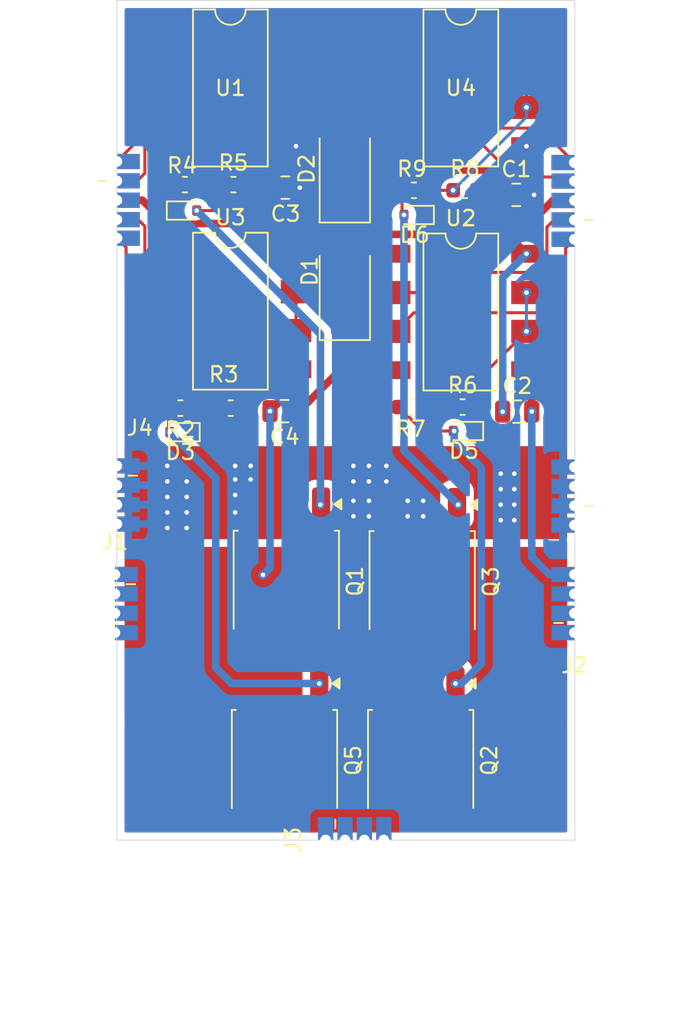
<source format=kicad_pcb>
(kicad_pcb (version 20241229) (generator "pcbnew") (generator_version "9.0")
  (layers (0 "F.Cu" signal) (2 "B.Cu" signal) (13 "F.Paste" user) (15 "B.Paste" user) (5 "F.SilkS" user "F.Silkscreen") (7 "B.SilkS" user "B.Silkscreen") (1 "F.Mask" user) (3 "B.Mask" user) (25 "Edge.Cuts" user))
  (net 0 "")
  (net 1 "Net-(D2-K)")
  (net 2 "Net-(D5-A)")
  (net 3 "Net-(D5-K)")
  (net 8 "GND")
  (net 9 "VCC")
  (net 10 "Net-(D1-K)")
  (net 11 "Net-(D3-A)")
  (net 12 "Net-(D3-K)")
  (net 13 "Net-(D4-A)")
  (net 14 "Net-(D4-K)")
  (net 15 "VBUS")
  (net 16 "Net-(J5-Pin_4)")
  (net 17 "Net-(J5-Pin_2)")
  (net 18 "Net-(R2-Pad1)")
  (net 19 "Net-(R4-Pad1)")
  (net 21 "Net-(D6-A)")
  (net 25 "Net-(D6-K)")
  (net 26 "Net-(R6-Pad1)")
  (net 27 "Net-(R8-Pad1)")
  (net 28 "Net-(J5-Pin_5)")
  (net 29 "Net-(J7-Pin_5)")
  (net 30 "Net-(J7-Pin_4)")
  (net 31 "Net-(J7-Pin_2)")
  (net 32 "/Lado B")
  (net 33 "/Lado A")
  (net 34 "Net-(J7-Pin_1)")
  (net 35 "Net-(J5-Pin_1)")
  (footprint "Connector_PinSocket_1.27mm:PinSocket_1x04_P1.27mm_Castellated" (layer "F.Cu") (at 115.7 71.889)
    (property "Reference" "J4" (at 1.5 -2.489 0) (layer "F.SilkS"))
    (property "Value" "Conn_01x04_Socket")
    (fp_line (start 0.76 0.635) (end 1.33 0.635) (stroke (width 0.12)) (layer "F.SilkS"))
    (pad "1" thru_hole rect (at 0 0) (size 1.5 1) (drill 0.7 (offset 0.75 0)) (property pad_prop_castellated) (layers "*.Cu" "*.Mask") (net 8 "GND"))
    (pad "2" thru_hole rect (at 0 1.27) (size 1.5 1) (drill 0.7 (offset 0.75 0)) (property pad_prop_castellated) (layers "*.Cu" "*.Mask") (net 8 "GND"))
    (pad "3" thru_hole rect (at 0 2.54) (size 1.5 1) (drill 0.7 (offset 0.75 0)) (property pad_prop_castellated) (layers "*.Cu" "*.Mask") (net 8 "GND"))
    (pad "4" thru_hole rect (at 0 3.81) (size 1.5 1) (drill 0.7 (offset 0.75 0)) (property pad_prop_castellated) (layers "*.Cu" "*.Mask") (net 8 "GND"))
  )
  (footprint "Package_DIP:PowerIntegrations_SMD-8" (layer "F.Cu") (at 138.2316 47.138)
    (property "Reference" "U4" (at 0 0 0) (layer "F.SilkS"))
    (property "Value" "HCPL-3120")
    (fp_line (start -2.45 -5.14) (end -2.45 5.14) (stroke (width 0.12)) (layer "F.SilkS"))
    (fp_line (start -2.45 5.14) (end 2.45 5.14) (stroke (width 0.12)) (layer "F.SilkS"))
    (fp_line (start -1 -5.14) (end -2.45 -5.14) (stroke (width 0.12)) (layer "F.SilkS"))
    (fp_line (start 2.45 -5.14) (end 1 -5.14) (stroke (width 0.12)) (layer "F.SilkS"))
    (fp_line (start 2.45 5.14) (end 2.45 -5.14) (stroke (width 0.12)) (layer "F.SilkS"))
    (fp_arc (start 1 -5.14) (mid 0 -4.14) (end -1 -5.14) (stroke (width 0.12)) (layer "F.SilkS"))
    (pad "1" smd rect (at -4.3 -3.81) (size 2 1.17) (layers "F.Cu" "F.Mask" "F.Paste"))
    (pad "2" smd rect (at -4.3 -1.27) (size 2 1.52) (layers "F.Cu" "F.Mask" "F.Paste") (net 28 "Net-(J5-Pin_5)"))
    (pad "3" smd rect (at -4.3 1.27) (size 2 1.52) (layers "F.Cu" "F.Mask" "F.Paste") (net 16 "Net-(J5-Pin_4)"))
    (pad "4" smd rect (at -4.3 3.81) (size 2 1.17) (layers "F.Cu" "F.Mask" "F.Paste"))
    (pad "5" smd rect (at 4.3 3.81) (size 2 1.17) (layers "F.Cu" "F.Mask" "F.Paste") (net 8 "GND"))
    (pad "6" smd rect (at 4.3 1.27) (size 2 1.52) (layers "F.Cu" "F.Mask" "F.Paste") (net 27 "Net-(R8-Pad1)"))
    (pad "7" smd rect (at 4.3 -1.27) (size 2 1.52) (layers "F.Cu" "F.Mask" "F.Paste") (net 27 "Net-(R8-Pad1)"))
    (pad "8" smd rect (at 4.3 -3.81) (size 2 1.17) (layers "F.Cu" "F.Mask" "F.Paste") (net 9 "VCC"))
  )
  (footprint "Capacitor_SMD:C_0603_1608Metric" (layer "F.Cu") (at 135.1566 53.838 180)
    (property "Reference" "R9" (at 0.125 1.4 0) (layer "F.SilkS"))
    (property "Value" "R_US")
    (fp_line (start -0.14058 0.51) (end 0.14058 0.51) (stroke (width 0.12)) (layer "F.SilkS"))
    (fp_line (start -0.14058 -0.51) (end 0.14058 -0.51) (stroke (width 0.12)) (layer "F.SilkS"))
    (pad "1" smd roundrect (at -0.775 0 180) (size 0.9 0.95) (layers "F.Cu" "F.Mask" "F.Paste") (net 27 "Net-(R8-Pad1)"))
    (pad "2" smd roundrect (at 0.775 0 180) (size 0.9 0.95) (layers "F.Cu" "F.Mask" "F.Paste") (net 21 "Net-(D6-A)"))
  )
  (footprint "Capacitor_SMD:C_0603_1608Metric" (layer "F.Cu") (at 119.8566 68.1044 180)
    (property "Reference" "R2" (at 0 -1.43 0) (layer "F.SilkS"))
    (property "Value" "R_US")
    (fp_line (start -0.14058 0.51) (end 0.14058 0.51) (stroke (width 0.12)) (layer "F.SilkS"))
    (fp_line (start -0.14058 -0.51) (end 0.14058 -0.51) (stroke (width 0.12)) (layer "F.SilkS"))
    (pad "1" smd roundrect (at -0.775 0 180) (size 0.9 0.95) (layers "F.Cu" "F.Mask" "F.Paste") (net 18 "Net-(R2-Pad1)"))
    (pad "2" smd roundrect (at 0.775 0 180) (size 0.9 0.95) (layers "F.Cu" "F.Mask" "F.Paste") (net 11 "Net-(D3-A)"))
  )
  (footprint "Capacitor_SMD:C_0805_2012Metric" (layer "F.Cu") (at 141.862 54.138)
    (property "Reference" "C1" (at 0 -1.68 0) (layer "F.SilkS"))
    (property "Value" "C")
    (fp_line (start -0.261252 -0.735) (end 0.261252 -0.735) (stroke (width 0.12)) (layer "F.SilkS"))
    (fp_line (start -0.261252 0.735) (end 0.261252 0.735) (stroke (width 0.12)) (layer "F.SilkS"))
    (pad "1" smd roundrect (at -0.95 0) (size 1 1.45) (layers "F.Cu" "F.Mask" "F.Paste") (net 9 "VCC"))
    (pad "2" smd roundrect (at 0.95 0) (size 1 1.45) (layers "F.Cu" "F.Mask" "F.Paste") (net 8 "GND"))
  )
  (footprint "Capacitor_SMD:C_0603_1608Metric" (layer "F.Cu") (at 123.3316 53.4655)
    (property "Reference" "R5" (at 0 -1.43 0) (layer "F.SilkS"))
    (property "Value" "R_US")
    (fp_line (start -0.14058 -0.51) (end 0.14058 -0.51) (stroke (width 0.12)) (layer "F.SilkS"))
    (fp_line (start -0.14058 0.51) (end 0.14058 0.51) (stroke (width 0.12)) (layer "F.SilkS"))
    (pad "1" smd roundrect (at -0.775 0) (size 0.9 0.95) (layers "F.Cu" "F.Mask" "F.Paste") (net 19 "Net-(R4-Pad1)"))
    (pad "2" smd roundrect (at 0.775 0) (size 0.9 0.95) (layers "F.Cu" "F.Mask" "F.Paste") (net 13 "Net-(D4-A)"))
  )
  (footprint "Diode_SMD:D_SMA" (layer "F.Cu") (at 130.6316 60.138 90)
    (property "Reference" "D1" (at 1 -2.3 90) (layer "F.SilkS"))
    (property "Value" "US1A")
    (fp_line (start -3.51 -1.65) (end 2 -1.65) (stroke (width 0.12)) (layer "F.SilkS"))
    (fp_line (start -3.51 -1.65) (end -3.51 1.65) (stroke (width 0.12)) (layer "F.SilkS"))
    (fp_line (start -3.51 1.65) (end 2 1.65) (stroke (width 0.12)) (layer "F.SilkS"))
    (pad "1" smd roundrect (at -2 0 90) (size 2.5 1.8) (layers "F.Cu" "F.Mask" "F.Paste") (roundrect_rratio 0.1388888889) (net 10 "Net-(D1-K)"))
    (pad "2" smd roundrect (at 2 0 90) (size 2.5 1.8) (layers "F.Cu" "F.Mask" "F.Paste") (roundrect_rratio 0.1388888889) (net 9 "VCC"))
  )
  (footprint "Diode_SMD:D_SOD-523" (layer "F.Cu") (at 120.2316 55.1655)
    (property "Reference" "D4" (hide yes))
    (property "Value" "1N4148WT")
    (fp_line (start -1.26 -0.6) (end -1.26 0.6) (stroke (width 0.12)) (layer "F.SilkS"))
    (fp_line (start 0.7 -0.6) (end -1.26 -0.6) (stroke (width 0.12)) (layer "F.SilkS"))
    (fp_line (start 0.7 0.6) (end -1.26 0.6) (stroke (width 0.12)) (layer "F.SilkS"))
    (pad "1" smd roundrect (at -0.7 0 180) (size 0.6 0.7) (layers "F.Cu" "F.Mask" "F.Paste") (net 14 "Net-(D4-K)"))
    (pad "2" smd roundrect (at 0.7 0 180) (size 0.6 0.7) (layers "F.Cu" "F.Mask" "F.Paste") (net 13 "Net-(D4-A)"))
  )
  (footprint "Conectores Wally-1:Conector castellado_5pines" (layer "F.Cu") (at 115.8375 53.6725 180)
    (property "Reference" "J7" (hide yes))
    (property "Value" "Conn_01x05_Socket")
    (fp_line (start 0.8075 0.4525) (end 1.3775 0.4525) (stroke (width 0.12)) (layer "F.SilkS"))
    (pad "1" thru_hole rect (at 0.1375 1.7225) (size 1.5 1) (drill 0.7 (offset 0.75 0)) (property pad_prop_castellated) (layers "*.Cu" "*.Mask") (net 34 "Net-(J7-Pin_1)"))
    (pad "2" thru_hole rect (at 0.1375 0.4525) (size 1.5 1) (drill 0.7 (offset 0.75 0)) (property pad_prop_castellated) (layers "*.Cu" "*.Mask") (net 31 "Net-(J7-Pin_2)"))
    (pad "3" thru_hole rect (at 0.1375 -0.8175) (size 1.5 1) (drill 0.7 (offset 0.75 0)) (property pad_prop_castellated) (layers "*.Cu" "*.Mask") (net 9 "VCC"))
    (pad "4" thru_hole rect (at 0.1375 -2.0875) (size 1.5 1) (drill 0.7 (offset 0.75 0)) (property pad_prop_castellated) (layers "*.Cu" "*.Mask") (net 30 "Net-(J7-Pin_4)"))
    (pad "5" thru_hole rect (at 0.127 -3.302) (size 1.5 1) (drill 0.7 (offset 0.75 0)) (property pad_prop_castellated) (layers "*.Cu" "*.Mask") (net 29 "Net-(J7-Pin_5)"))
  )
  (footprint "Capacitor_SMD:C_0603_1608Metric" (layer "F.Cu") (at 123.1566 68.1044)
    (property "Reference" "R3" (at -0.4566 -2.2044 0) (layer "F.SilkS"))
    (property "Value" "R_US")
    (fp_line (start -0.14058 -0.51) (end 0.14058 -0.51) (stroke (width 0.12)) (layer "F.SilkS"))
    (fp_line (start -0.14058 0.51) (end 0.14058 0.51) (stroke (width 0.12)) (layer "F.SilkS"))
    (pad "1" smd roundrect (at -0.775 0) (size 0.9 0.95) (layers "F.Cu" "F.Mask" "F.Paste") (net 18 "Net-(R2-Pad1)"))
    (pad "2" smd roundrect (at 0.775 0) (size 0.9 0.95) (layers "F.Cu" "F.Mask" "F.Paste") (net 12 "Net-(D3-K)"))
  )
  (footprint "Package_TO_SOT_SMD:TO-252-2" (layer "F.Cu") (at 126.8 79.44 -90)
    (property "Reference" "Q1" (at 0 -4.5 90) (layer "F.SilkS"))
    (property "Value" "QM6006D")
    (fp_line (start -3.31 3.45) (end -3.31 3.18) (stroke (width 0.12)) (layer "F.SilkS"))
    (fp_line (start 3.11 3.45) (end -3.31 3.45) (stroke (width 0.12)) (layer "F.SilkS"))
    (fp_line (start -3.31 -3.45) (end -3.31 -3.18) (stroke (width 0.12)) (layer "F.SilkS"))
    (fp_line (start 3.11 -3.45) (end -3.31 -3.45) (stroke (width 0.12)) (layer "F.SilkS"))
    (fp_poly (pts (xy -5.04 -3.14) (xy -5.38 -3.61) (xy -4.7 -3.61) (xy -5.04 -3.14)) (stroke (width 0.12)) (fill yes) (layer "F.SilkS"))
    (pad "1" smd roundrect (at -5.04 -2.28 270) (size 2.2 1.2) (layers "F.Cu" "F.Mask" "F.Paste") (roundrect_rratio 0.208333) (net 13 "Net-(D4-A)"))
    (pad "2" smd roundrect (at -0.415 -1.525 270) (size 3.05 2.75) (layers "F.Cu" "F.Paste") (roundrect_rratio 0.090909) (net 33 "/Lado A"))
    (pad "2" smd roundrect (at -0.415 1.525 270) (size 3.05 2.75) (layers "F.Cu" "F.Paste") (roundrect_rratio 0.090909) (net 33 "/Lado A"))
    (pad "2" smd roundrect (at 1.26 0 270) (size 6.4 5.8) (layers "F.Cu" "F.Mask") (roundrect_rratio 0.043103) (net 33 "/Lado A"))
    (pad "2" smd roundrect (at 2.935 -1.525 270) (size 3.05 2.75) (layers "F.Cu" "F.Paste") (roundrect_rratio 0.090909) (net 33 "/Lado A"))
    (pad "2" smd roundrect (at 2.935 1.525 270) (size 3.05 2.75) (layers "F.Cu" "F.Paste") (roundrect_rratio 0.090909) (net 33 "/Lado A"))
    (pad "3" smd roundrect (at -5.04 2.28 270) (size 2.2 1.2) (layers "F.Cu" "F.Mask" "F.Paste") (roundrect_rratio 0.208333) (net 8 "GND"))
  )
  (footprint "Connector_PinSocket_1.27mm:PinSocket_1x04_P1.27mm_Castellated" (layer "F.Cu") (at 115.573 79.001)
    (property "Reference" "J1" (at 0 -2.135 0) (layer "F.SilkS"))
    (property "Value" "Conn_01x04_Socket")
    (fp_line (start 0.76 0.635) (end 1.33 0.635) (stroke (width 0.12)) (layer "F.SilkS"))
    (pad "1" thru_hole rect (at 0 0) (size 1.5 1) (drill 0.7 (offset 0.75 0)) (property pad_prop_castellated) (layers "*.Cu" "*.Mask") (net 33 "/Lado A"))
    (pad "2" thru_hole rect (at 0 1.27) (size 1.5 1) (drill 0.7 (offset 0.75 0)) (property pad_prop_castellated) (layers "*.Cu" "*.Mask") (net 33 "/Lado A"))
    (pad "3" thru_hole rect (at 0 2.54) (size 1.5 1) (drill 0.7 (offset 0.75 0)) (property pad_prop_castellated) (layers "*.Cu" "*.Mask") (net 33 "/Lado A"))
    (pad "4" thru_hole rect (at 0 3.81) (size 1.5 1) (drill 0.7 (offset 0.75 0)) (property pad_prop_castellated) (layers "*.Cu" "*.Mask") (net 33 "/Lado A"))
  )
  (footprint "Package_DIP:PowerIntegrations_SMD-8" (layer "F.Cu") (at 123.1348 47.138)
    (property "Reference" "U1" (at 0 0 0) (layer "F.SilkS"))
    (property "Value" "HCPL-3120")
    (fp_line (start -2.45 -5.14) (end -2.45 5.14) (stroke (width 0.12)) (layer "F.SilkS"))
    (fp_line (start -2.45 5.14) (end 2.45 5.14) (stroke (width 0.12)) (layer "F.SilkS"))
    (fp_line (start -1 -5.14) (end -2.45 -5.14) (stroke (width 0.12)) (layer "F.SilkS"))
    (fp_line (start 2.45 -5.14) (end 1 -5.14) (stroke (width 0.12)) (layer "F.SilkS"))
    (fp_line (start 2.45 5.14) (end 2.45 -5.14) (stroke (width 0.12)) (layer "F.SilkS"))
    (fp_arc (start 1 -5.14) (mid 0 -4.14) (end -1 -5.14) (stroke (width 0.12)) (layer "F.SilkS"))
    (pad "1" smd rect (at -4.3 -3.81) (size 2 1.17) (layers "F.Cu" "F.Mask" "F.Paste"))
    (pad "2" smd rect (at -4.3 -1.27) (size 2 1.52) (layers "F.Cu" "F.Mask" "F.Paste") (net 34 "Net-(J7-Pin_1)"))
    (pad "3" smd rect (at -4.3 1.27) (size 2 1.52) (layers "F.Cu" "F.Mask" "F.Paste") (net 31 "Net-(J7-Pin_2)"))
    (pad "4" smd rect (at -4.3 3.81) (size 2 1.17) (layers "F.Cu" "F.Mask" "F.Paste"))
    (pad "5" smd rect (at 4.3 3.81) (size 2 1.17) (layers "F.Cu" "F.Mask" "F.Paste") (net 8 "GND"))
    (pad "6" smd rect (at 4.3 1.27) (size 2 1.52) (layers "F.Cu" "F.Mask" "F.Paste") (net 19 "Net-(R4-Pad1)"))
    (pad "7" smd rect (at 4.3 -1.27) (size 2 1.52) (layers "F.Cu" "F.Mask" "F.Paste") (net 19 "Net-(R4-Pad1)"))
    (pad "8" smd rect (at 4.3 -3.81) (size 2 1.17) (layers "F.Cu" "F.Mask" "F.Paste") (net 9 "VCC"))
  )
  (footprint "Connector_PinSocket_1.27mm:PinSocket_1x04_P1.27mm_Castellated" (layer "F.Cu") (at 145.672 82.811 180)
    (property "Reference" "J2" (at 0 -2.135 0) (layer "F.SilkS"))
    (property "Value" "Conn_01x04_Socket")
    (fp_line (start 0.76 0.635) (end 1.33 0.635) (stroke (width 0.12)) (layer "F.SilkS"))
    (pad "1" thru_hole rect (at 0 0 180) (size 1.5 1) (drill 0.7 (offset 0.75 0)) (property pad_prop_castellated) (layers "*.Cu" "*.Mask") (net 32 "/Lado B"))
    (pad "2" thru_hole rect (at 0 1.27 180) (size 1.5 1) (drill 0.7 (offset 0.75 0)) (property pad_prop_castellated) (layers "*.Cu" "*.Mask") (net 32 "/Lado B"))
    (pad "3" thru_hole rect (at 0 2.54 180) (size 1.5 1) (drill 0.7 (offset 0.75 0)) (property pad_prop_castellated) (layers "*.Cu" "*.Mask") (net 32 "/Lado B"))
    (pad "4" thru_hole rect (at 0 3.81 180) (size 1.5 1) (drill 0.7 (offset 0.75 0)) (property pad_prop_castellated) (layers "*.Cu" "*.Mask") (net 32 "/Lado B"))
  )
  (footprint "Capacitor_SMD:C_0603_1608Metric" (layer "F.Cu") (at 134.9496 68.033 180)
    (property "Reference" "R7" (at 0 -1.43 0) (layer "F.SilkS"))
    (property "Value" "R_US")
    (fp_line (start -0.14058 0.51) (end 0.14058 0.51) (stroke (width 0.12)) (layer "F.SilkS"))
    (fp_line (start -0.14058 -0.51) (end 0.14058 -0.51) (stroke (width 0.12)) (layer "F.SilkS"))
    (pad "1" smd roundrect (at -0.775 0 180) (size 0.9 0.95) (layers "F.Cu" "F.Mask" "F.Paste") (net 26 "Net-(R6-Pad1)"))
    (pad "2" smd roundrect (at 0.775 0 180) (size 0.9 0.95) (layers "F.Cu" "F.Mask" "F.Paste") (net 2 "Net-(D5-A)"))
  )
  (footprint "Conectores Wally-1:Conector castellado_5pines" (layer "F.Cu") (at 145.5345 55.3235)
    (property "Reference" "J5" (hide yes))
    (property "Value" "Conn_01x05_Socket")
    (fp_line (start 0.8075 0.4525) (end 1.3775 0.4525) (stroke (width 0.12)) (layer "F.SilkS"))
    (pad "1" thru_hole rect (at 0.1375 1.7225 180) (size 1.5 1) (drill 0.7 (offset 0.75 0)) (property pad_prop_castellated) (layers "*.Cu" "*.Mask") (net 35 "Net-(J5-Pin_1)"))
    (pad "2" thru_hole rect (at 0.1375 0.4525 180) (size 1.5 1) (drill 0.7 (offset 0.75 0)) (property pad_prop_castellated) (layers "*.Cu" "*.Mask") (net 17 "Net-(J5-Pin_2)"))
    (pad "3" thru_hole rect (at 0.1375 -0.8175 180) (size 1.5 1) (drill 0.7 (offset 0.75 0)) (property pad_prop_castellated) (layers "*.Cu" "*.Mask") (net 9 "VCC"))
    (pad "4" thru_hole rect (at 0.1375 -2.0875 180) (size 1.5 1) (drill 0.7 (offset 0.75 0)) (property pad_prop_castellated) (layers "*.Cu" "*.Mask") (net 16 "Net-(J5-Pin_4)"))
    (pad "5" thru_hole rect (at 0.127 -3.302 180) (size 1.5 1) (drill 0.7 (offset 0.75 0)) (property pad_prop_castellated) (layers "*.Cu" "*.Mask") (net 28 "Net-(J5-Pin_5)"))
  )
  (footprint "Capacitor_SMD:C_0805_2012Metric" (layer "F.Cu") (at 126.6816 68.3044 180)
    (property "Reference" "C4" (at 0 -1.68 0) (layer "F.SilkS"))
    (property "Value" "C")
    (fp_line (start -0.261252 0.735) (end 0.261252 0.735) (stroke (width 0.12)) (layer "F.SilkS"))
    (fp_line (start -0.261252 -0.735) (end 0.261252 -0.735) (stroke (width 0.12)) (layer "F.SilkS"))
    (pad "1" smd roundrect (at -0.95 0 180) (size 1 1.45) (layers "F.Cu" "F.Mask" "F.Paste") (net 10 "Net-(D1-K)"))
    (pad "2" smd roundrect (at 0.95 0 180) (size 1 1.45) (layers "F.Cu" "F.Mask" "F.Paste") (net 33 "/Lado A"))
  )
  (footprint "Capacitor_SMD:C_0805_2012Metric" (layer "F.Cu") (at 141.9246 68.333)
    (property "Reference" "C2" (at 0 -1.68 0) (layer "F.SilkS"))
    (property "Value" "C")
    (fp_line (start -0.261252 -0.735) (end 0.261252 -0.735) (stroke (width 0.12)) (layer "F.SilkS"))
    (fp_line (start -0.261252 0.735) (end 0.261252 0.735) (stroke (width 0.12)) (layer "F.SilkS"))
    (pad "1" smd roundrect (at -0.95 0) (size 1 1.45) (layers "F.Cu" "F.Mask" "F.Paste") (net 1 "Net-(D2-K)"))
    (pad "2" smd roundrect (at 0.95 0) (size 1 1.45) (layers "F.Cu" "F.Mask" "F.Paste") (net 32 "/Lado B"))
  )
  (footprint "Conectores Wally-1:Conector castellado" (layer "F.Cu") (at 145.5345 74.048)
    (property "Reference" "J6" (hide yes))
    (property "Value" "Conn_01x04_Socket")
    (fp_line (start 0.8075 0.4525) (end 1.3775 0.4525) (stroke (width 0.12)) (layer "F.SilkS"))
    (pad "1" thru_hole rect (at 0.1375 1.7225 180) (size 1.5 1) (drill 0.7 (offset 0.75 0)) (property pad_prop_castellated) (layers "*.Cu" "*.Mask") (net 8 "GND"))
    (pad "2" thru_hole rect (at 0.1375 0.4525 180) (size 1.5 1) (drill 0.7 (offset 0.75 0)) (property pad_prop_castellated) (layers "*.Cu" "*.Mask") (net 8 "GND"))
    (pad "3" thru_hole rect (at 0.1375 -0.8175 180) (size 1.5 1) (drill 0.7 (offset 0.75 0)) (property pad_prop_castellated) (layers "*.Cu" "*.Mask") (net 8 "GND"))
    (pad "4" thru_hole rect (at 0.1375 -2.0875 180) (size 1.5 1) (drill 0.7 (offset 0.75 0)) (property pad_prop_castellated) (layers "*.Cu" "*.Mask") (net 8 "GND"))
  )
  (footprint "Diode_SMD:D_SMA" (layer "F.Cu") (at 130.6316 52.438 90)
    (property "Reference" "D2" (at 0 -2.5 90) (layer "F.SilkS"))
    (property "Value" "US1A")
    (fp_line (start -3.51 -1.65) (end 2 -1.65) (stroke (width 0.12)) (layer "F.SilkS"))
    (fp_line (start -3.51 -1.65) (end -3.51 1.65) (stroke (width 0.12)) (layer "F.SilkS"))
    (fp_line (start -3.51 1.65) (end 2 1.65) (stroke (width 0.12)) (layer "F.SilkS"))
    (pad "1" smd roundrect (at -2 0 90) (size 2.5 1.8) (layers "F.Cu" "F.Mask" "F.Paste") (roundrect_rratio 0.1388888889) (net 1 "Net-(D2-K)"))
    (pad "2" smd roundrect (at 2 0 90) (size 2.5 1.8) (layers "F.Cu" "F.Mask" "F.Paste") (roundrect_rratio 0.1388888889) (net 9 "VCC"))
  )
  (footprint "Connector_PinSocket_1.27mm:PinSocket_1x04_P1.27mm_Castellated" (layer "F.Cu") (at 129.375 96.389 90)
    (property "Reference" "J3" (at 0 -2.135 90) (layer "F.SilkS"))
    (property "Value" "Conn_01x04_Socket")
    (fp_line (start 0.76 0.635) (end 1.33 0.635) (stroke (width 0.12)) (layer "F.SilkS"))
    (pad "1" thru_hole rect (at 0 0 90) (size 1.5 1) (drill 0.7 (offset 0.75 0)) (property pad_prop_castellated) (layers "*.Cu" "*.Mask") (net 15 "VBUS"))
    (pad "2" thru_hole rect (at 0 1.27 90) (size 1.5 1) (drill 0.7 (offset 0.75 0)) (property pad_prop_castellated) (layers "*.Cu" "*.Mask") (net 15 "VBUS"))
    (pad "3" thru_hole rect (at 0 2.54 90) (size 1.5 1) (drill 0.7 (offset 0.75 0)) (property pad_prop_castellated) (layers "*.Cu" "*.Mask") (net 15 "VBUS"))
    (pad "4" thru_hole rect (at 0 3.81 90) (size 1.5 1) (drill 0.7 (offset 0.75 0)) (property pad_prop_castellated) (layers "*.Cu" "*.Mask") (net 15 "VBUS"))
  )
  (footprint "Package_TO_SOT_SMD:TO-252-2" (layer "F.Cu") (at 135.6 91.179 -90)
    (property "Reference" "Q2" (at 0 -4.5 90) (layer "F.SilkS"))
    (property "Value" "QM6006D")
    (fp_line (start -3.31 3.45) (end -3.31 3.18) (stroke (width 0.12)) (layer "F.SilkS"))
    (fp_line (start 3.11 3.45) (end -3.31 3.45) (stroke (width 0.12)) (layer "F.SilkS"))
    (fp_line (start -3.31 -3.45) (end -3.31 -3.18) (stroke (width 0.12)) (layer "F.SilkS"))
    (fp_line (start 3.11 -3.45) (end -3.31 -3.45) (stroke (width 0.12)) (layer "F.SilkS"))
    (fp_poly (pts (xy -5.04 -3.14) (xy -5.38 -3.61) (xy -4.7 -3.61) (xy -5.04 -3.14)) (stroke (width 0.12)) (fill yes) (layer "F.SilkS"))
    (pad "1" smd roundrect (at -5.04 -2.28 270) (size 2.2 1.2) (layers "F.Cu" "F.Mask" "F.Paste") (roundrect_rratio 0.208333) (net 2 "Net-(D5-A)"))
    (pad "2" smd roundrect (at -0.415 -1.525 270) (size 3.05 2.75) (layers "F.Cu" "F.Paste") (roundrect_rratio 0.090909) (net 15 "VBUS"))
    (pad "2" smd roundrect (at -0.415 1.525 270) (size 3.05 2.75) (layers "F.Cu" "F.Paste") (roundrect_rratio 0.090909) (net 15 "VBUS"))
    (pad "2" smd roundrect (at 1.26 0 270) (size 6.4 5.8) (layers "F.Cu" "F.Mask") (roundrect_rratio 0.043103) (net 15 "VBUS"))
    (pad "2" smd roundrect (at 2.935 -1.525 270) (size 3.05 2.75) (layers "F.Cu" "F.Paste") (roundrect_rratio 0.090909) (net 15 "VBUS"))
    (pad "2" smd roundrect (at 2.935 1.525 270) (size 3.05 2.75) (layers "F.Cu" "F.Paste") (roundrect_rratio 0.090909) (net 15 "VBUS"))
    (pad "3" smd roundrect (at -5.04 2.28 270) (size 2.2 1.2) (layers "F.Cu" "F.Mask" "F.Paste") (roundrect_rratio 0.208333) (net 32 "/Lado B"))
  )
  (footprint "Diode_SMD:D_SOD-523" (layer "F.Cu") (at 138.4346 69.603 180)
    (property "Reference" "D5" (at 0 -1.3 0) (layer "F.SilkS"))
    (property "Value" "1N4148WT")
    (fp_line (start 0.7 0.6) (end -1.26 0.6) (stroke (width 0.12)) (layer "F.SilkS"))
    (fp_line (start 0.7 -0.6) (end -1.26 -0.6) (stroke (width 0.12)) (layer "F.SilkS"))
    (fp_line (start -1.26 -0.6) (end -1.26 0.6) (stroke (width 0.12)) (layer "F.SilkS"))
    (pad "1" smd roundrect (at -0.7 0) (size 0.6 0.7) (layers "F.Cu" "F.Mask" "F.Paste") (net 3 "Net-(D5-K)"))
    (pad "2" smd roundrect (at 0.7 0) (size 0.6 0.7) (layers "F.Cu" "F.Mask" "F.Paste") (net 2 "Net-(D5-A)"))
  )
  (footprint "Package_DIP:PowerIntegrations_SMD-8" (layer "F.Cu") (at 138.2316 61.808)
    (property "Reference" "U2" (at 0 -6.14 0) (layer "F.SilkS"))
    (property "Value" "HCPL-3120")
    (fp_line (start -2.45 -5.14) (end -2.45 5.14) (stroke (width 0.12)) (layer "F.SilkS"))
    (fp_line (start -2.45 5.14) (end 2.45 5.14) (stroke (width 0.12)) (layer "F.SilkS"))
    (fp_line (start -1 -5.14) (end -2.45 -5.14) (stroke (width 0.12)) (layer "F.SilkS"))
    (fp_line (start 2.45 -5.14) (end 1 -5.14) (stroke (width 0.12)) (layer "F.SilkS"))
    (fp_line (start 2.45 5.14) (end 2.45 -5.14) (stroke (width 0.12)) (layer "F.SilkS"))
    (fp_arc (start 1 -5.14) (mid 0 -4.14) (end -1 -5.14) (stroke (width 0.12)) (layer "F.SilkS"))
    (pad "1" smd rect (at -4.3 -3.81) (size 2 1.17) (layers "F.Cu" "F.Mask" "F.Paste"))
    (pad "2" smd rect (at -4.3 -1.27) (size 2 1.52) (layers "F.Cu" "F.Mask" "F.Paste") (net 17 "Net-(J5-Pin_2)"))
    (pad "3" smd rect (at -4.3 1.27) (size 2 1.52) (layers "F.Cu" "F.Mask" "F.Paste") (net 35 "Net-(J5-Pin_1)"))
    (pad "4" smd rect (at -4.3 3.81) (size 2 1.17) (layers "F.Cu" "F.Mask" "F.Paste"))
    (pad "5" smd rect (at 4.3 3.81) (size 2 1.17) (layers "F.Cu" "F.Mask" "F.Paste") (net 32 "/Lado B"))
    (pad "6" smd rect (at 4.3 1.27) (size 2 1.52) (layers "F.Cu" "F.Mask" "F.Paste") (net 26 "Net-(R6-Pad1)"))
    (pad "7" smd rect (at 4.3 -1.27) (size 2 1.52) (layers "F.Cu" "F.Mask" "F.Paste") (net 26 "Net-(R6-Pad1)"))
    (pad "8" smd rect (at 4.3 -3.81) (size 2 1.17) (layers "F.Cu" "F.Mask" "F.Paste") (net 1 "Net-(D2-K)"))
  )
  (footprint "Capacitor_SMD:C_0603_1608Metric" (layer "F.Cu") (at 138.5066 53.838)
    (property "Reference" "R8" (at 0 -1.43 0) (layer "F.SilkS"))
    (property "Value" "R_US")
    (fp_line (start -0.14058 -0.51) (end 0.14058 -0.51) (stroke (width 0.12)) (layer "F.SilkS"))
    (fp_line (start -0.14058 0.51) (end 0.14058 0.51) (stroke (width 0.12)) (layer "F.SilkS"))
    (pad "1" smd roundrect (at -0.775 0) (size 0.9 0.95) (layers "F.Cu" "F.Mask" "F.Paste") (net 27 "Net-(R8-Pad1)"))
    (pad "2" smd roundrect (at 0.775 0) (size 0.9 0.95) (layers "F.Cu" "F.Mask" "F.Paste") (net 25 "Net-(D6-K)"))
  )
  (footprint "Capacitor_SMD:C_0805_2012Metric" (layer "F.Cu") (at 126.7316 53.6655)
    (property "Reference" "C3" (at 0.0174 1.7135 0) (layer "F.SilkS"))
    (property "Value" "C")
    (fp_line (start -0.261252 -0.735) (end 0.261252 -0.735) (stroke (width 0.12)) (layer "F.SilkS"))
    (fp_line (start -0.261252 0.735) (end 0.261252 0.735) (stroke (width 0.12)) (layer "F.SilkS"))
    (pad "1" smd roundrect (at -0.95 0) (size 1 1.45) (layers "F.Cu" "F.Mask" "F.Paste") (net 9 "VCC"))
    (pad "2" smd roundrect (at 0.95 0) (size 1 1.45) (layers "F.Cu" "F.Mask" "F.Paste") (net 8 "GND"))
  )
  (footprint "Diode_SMD:D_SOD-523" (layer "F.Cu") (at 135.2072 55.4552 180)
    (property "Reference" "D6" (at 0 -1.3 0) (layer "F.SilkS"))
    (property "Value" "1N4148WT")
    (fp_line (start 0.7 0.6) (end -1.26 0.6) (stroke (width 0.12)) (layer "F.SilkS"))
    (fp_line (start 0.7 -0.6) (end -1.26 -0.6) (stroke (width 0.12)) (layer "F.SilkS"))
    (fp_line (start -1.26 -0.6) (end -1.26 0.6) (stroke (width 0.12)) (layer "F.SilkS"))
    (pad "1" smd roundrect (at -0.7 0) (size 0.6 0.7) (layers "F.Cu" "F.Mask" "F.Paste") (net 25 "Net-(D6-K)"))
    (pad "2" smd roundrect (at 0.7 0) (size 0.6 0.7) (layers "F.Cu" "F.Mask" "F.Paste") (net 21 "Net-(D6-A)"))
  )
  (footprint "Package_TO_SOT_SMD:TO-252-2" (layer "F.Cu") (at 135.7 79.469 -90)
    (property "Reference" "Q3" (at 0 -4.5 90) (layer "F.SilkS"))
    (property "Value" "QM6006D")
    (fp_line (start -3.31 3.45) (end -3.31 3.18) (stroke (width 0.12)) (layer "F.SilkS"))
    (fp_line (start 3.11 3.45) (end -3.31 3.45) (stroke (width 0.12)) (layer "F.SilkS"))
    (fp_line (start -3.31 -3.45) (end -3.31 -3.18) (stroke (width 0.12)) (layer "F.SilkS"))
    (fp_line (start 3.11 -3.45) (end -3.31 -3.45) (stroke (width 0.12)) (layer "F.SilkS"))
    (fp_poly (pts (xy -5.04 -3.14) (xy -5.38 -3.61) (xy -4.7 -3.61) (xy -5.04 -3.14)) (stroke (width 0.12)) (fill yes) (layer "F.SilkS"))
    (pad "1" smd roundrect (at -5.04 -2.28 270) (size 2.2 1.2) (layers "F.Cu" "F.Mask" "F.Paste") (roundrect_rratio 0.208333) (net 21 "Net-(D6-A)"))
    (pad "2" smd roundrect (at -0.415 -1.525 270) (size 3.05 2.75) (layers "F.Cu" "F.Paste") (roundrect_rratio 0.090909) (net 32 "/Lado B"))
    (pad "2" smd roundrect (at -0.415 1.525 270) (size 3.05 2.75) (layers "F.Cu" "F.Paste") (roundrect_rratio 0.090909) (net 32 "/Lado B"))
    (pad "2" smd roundrect (at 1.26 0 270) (size 6.4 5.8) (layers "F.Cu" "F.Mask") (roundrect_rratio 0.043103) (net 32 "/Lado B"))
    (pad "2" smd roundrect (at 2.935 -1.525 270) (size 3.05 2.75) (layers "F.Cu" "F.Paste") (roundrect_rratio 0.090909) (net 32 "/Lado B"))
    (pad "2" smd roundrect (at 2.935 1.525 270) (size 3.05 2.75) (layers "F.Cu" "F.Paste") (roundrect_rratio 0.090909) (net 32 "/Lado B"))
    (pad "3" smd roundrect (at -5.04 2.28 270) (size 2.2 1.2) (layers "F.Cu" "F.Mask" "F.Paste") (roundrect_rratio 0.208333) (net 8 "GND"))
  )
  (footprint "Capacitor_SMD:C_0603_1608Metric" (layer "F.Cu") (at 120.1566 53.4655 180)
    (property "Reference" "R4" (at 0.1968 1.2475 0) (layer "F.SilkS"))
    (property "Value" "R_US")
    (fp_line (start -0.14058 0.51) (end 0.14058 0.51) (stroke (width 0.12)) (layer "F.SilkS"))
    (fp_line (start -0.14058 -0.51) (end 0.14058 -0.51) (stroke (width 0.12)) (layer "F.SilkS"))
    (pad "1" smd roundrect (at -0.775 0 180) (size 0.9 0.95) (layers "F.Cu" "F.Mask" "F.Paste") (net 19 "Net-(R4-Pad1)"))
    (pad "2" smd roundrect (at 0.775 0 180) (size 0.9 0.95) (layers "F.Cu" "F.Mask" "F.Paste") (net 14 "Net-(D4-K)"))
  )
  (footprint "Package_DIP:PowerIntegrations_SMD-8" (layer "F.Cu") (at 123.1348 61.7544)
    (property "Reference" "U3" (at 0 -6.14 0) (layer "F.SilkS"))
    (property "Value" "HCPL-3120")
    (fp_line (start -2.45 -5.14) (end -2.45 5.14) (stroke (width 0.12)) (layer "F.SilkS"))
    (fp_line (start -2.45 5.14) (end 2.45 5.14) (stroke (width 0.12)) (layer "F.SilkS"))
    (fp_line (start -1 -5.14) (end -2.45 -5.14) (stroke (width 0.12)) (layer "F.SilkS"))
    (fp_line (start 2.45 -5.14) (end 1 -5.14) (stroke (width 0.12)) (layer "F.SilkS"))
    (fp_line (start 2.45 5.14) (end 2.45 -5.14) (stroke (width 0.12)) (layer "F.SilkS"))
    (fp_arc (start 1 -5.14) (mid 0 -4.14) (end -1 -5.14) (stroke (width 0.12)) (layer "F.SilkS"))
    (pad "1" smd rect (at -4.3 -3.81) (size 2 1.17) (layers "F.Cu" "F.Mask" "F.Paste"))
    (pad "2" smd rect (at -4.3 -1.27) (size 2 1.52) (layers "F.Cu" "F.Mask" "F.Paste") (net 30 "Net-(J7-Pin_4)"))
    (pad "3" smd rect (at -4.3 1.27) (size 2 1.52) (layers "F.Cu" "F.Mask" "F.Paste") (net 29 "Net-(J7-Pin_5)"))
    (pad "4" smd rect (at -4.3 3.81) (size 2 1.17) (layers "F.Cu" "F.Mask" "F.Paste"))
    (pad "5" smd rect (at 4.3 3.81) (size 2 1.17) (layers "F.Cu" "F.Mask" "F.Paste") (net 33 "/Lado A"))
    (pad "6" smd rect (at 4.3 1.27) (size 2 1.52) (layers "F.Cu" "F.Mask" "F.Paste") (net 18 "Net-(R2-Pad1)"))
    (pad "7" smd rect (at 4.3 -1.27) (size 2 1.52) (layers "F.Cu" "F.Mask" "F.Paste") (net 18 "Net-(R2-Pad1)"))
    (pad "8" smd rect (at 4.3 -3.81) (size 2 1.17) (layers "F.Cu" "F.Mask" "F.Paste") (net 10 "Net-(D1-K)"))
  )
  (footprint "Capacitor_SMD:C_0603_1608Metric" (layer "F.Cu") (at 138.3496 68.033)
    (property "Reference" "R6" (at 0 -1.43 0) (layer "F.SilkS"))
    (property "Value" "R_US")
    (fp_line (start -0.14058 -0.51) (end 0.14058 -0.51) (stroke (width 0.12)) (layer "F.SilkS"))
    (fp_line (start -0.14058 0.51) (end 0.14058 0.51) (stroke (width 0.12)) (layer "F.SilkS"))
    (pad "1" smd roundrect (at -0.775 0) (size 0.9 0.95) (layers "F.Cu" "F.Mask" "F.Paste") (net 26 "Net-(R6-Pad1)"))
    (pad "2" smd roundrect (at 0.775 0) (size 0.9 0.95) (layers "F.Cu" "F.Mask" "F.Paste") (net 3 "Net-(D5-K)"))
  )
  (footprint "Package_TO_SOT_SMD:TO-252-2" (layer "F.Cu") (at 126.68 91.179 -90)
    (property "Reference" "Q5" (at 0 -4.5 90) (layer "F.SilkS"))
    (property "Value" "QM6006D")
    (fp_line (start -3.31 3.45) (end -3.31 3.18) (stroke (width 0.12)) (layer "F.SilkS"))
    (fp_line (start 3.11 3.45) (end -3.31 3.45) (stroke (width 0.12)) (layer "F.SilkS"))
    (fp_line (start -3.31 -3.45) (end -3.31 -3.18) (stroke (width 0.12)) (layer "F.SilkS"))
    (fp_line (start 3.11 -3.45) (end -3.31 -3.45) (stroke (width 0.12)) (layer "F.SilkS"))
    (fp_poly (pts (xy -5.04 -3.14) (xy -5.38 -3.61) (xy -4.7 -3.61) (xy -5.04 -3.14)) (stroke (width 0.12)) (fill yes) (layer "F.SilkS"))
    (pad "1" smd roundrect (at -5.04 -2.28 270) (size 2.2 1.2) (layers "F.Cu" "F.Mask" "F.Paste") (roundrect_rratio 0.208333) (net 11 "Net-(D3-A)"))
    (pad "2" smd roundrect (at -0.415 -1.525 270) (size 3.05 2.75) (layers "F.Cu" "F.Paste") (roundrect_rratio 0.090909) (net 15 "VBUS"))
    (pad "2" smd roundrect (at -0.415 1.525 270) (size 3.05 2.75) (layers "F.Cu" "F.Paste") (roundrect_rratio 0.090909) (net 15 "VBUS"))
    (pad "2" smd roundrect (at 1.26 0 270) (size 6.4 5.8) (layers "F.Cu" "F.Mask") (roundrect_rratio 0.043103) (net 15 "VBUS"))
    (pad "2" smd roundrect (at 2.935 -1.525 270) (size 3.05 2.75) (layers "F.Cu" "F.Paste") (roundrect_rratio 0.090909) (net 15 "VBUS"))
    (pad "2" smd roundrect (at 2.935 1.525 270) (size 3.05 2.75) (layers "F.Cu" "F.Paste") (roundrect_rratio 0.090909) (net 15 "VBUS"))
    (pad "3" smd roundrect (at -5.04 2.28 270) (size 2.2 1.2) (layers "F.Cu" "F.Mask" "F.Paste") (roundrect_rratio 0.208333) (net 33 "/Lado A"))
  )
  (footprint "Diode_SMD:D_SOD-523" (layer "F.Cu") (at 119.8656 69.6792 180)
    (property "Reference" "D3" (at 0 -1.3 0) (layer "F.SilkS"))
    (property "Value" "1N4148WT")
    (fp_line (start 0.7 0.6) (end -1.26 0.6) (stroke (width 0.12)) (layer "F.SilkS"))
    (fp_line (start 0.7 -0.6) (end -1.26 -0.6) (stroke (width 0.12)) (layer "F.SilkS"))
    (fp_line (start -1.26 -0.6) (end -1.26 0.6) (stroke (width 0.12)) (layer "F.SilkS"))
    (pad "1" smd roundrect (at -0.7 0) (size 0.6 0.7) (layers "F.Cu" "F.Mask" "F.Paste") (net 12 "Net-(D3-K)"))
    (pad "2" smd roundrect (at 0.7 0) (size 0.6 0.7) (layers "F.Cu" "F.Mask" "F.Paste") (net 11 "Net-(D3-A)"))
  )
  (gr_rect (start 115.7 41.4) (end 145.7 96.4) (stroke (width 0.05)) (fill no) (layer "Edge.Cuts"))
  (gr_text "FSR" (at 116.7 95.4 0) (layer "F.Cu") (effects (font (size 1.2 1.2) (thickness 0.2) (bold yes)) (justify left bottom)))
  (segment (start 132.7168 56.5232) (end 132.9188 56.7252) (width 0.5) (layer "F.Cu") (net 1))
  (segment (start 140.9746 68.333) (end 140.973 68.333) (width 0.5) (layer "F.Cu") (net 1))
  (segment (start 141.2588 56.7252) (end 142.5316 57.998) (width 0.5) (layer "F.Cu") (net 1))
  (segment (start 132.9188 56.7252) (end 141.2588 56.7252) (width 0.5) (layer "F.Cu") (net 1))
  (segment (start 130.6316 54.438) (end 132.7168 56.5232) (width 0.5) (layer "F.Cu") (net 1))
  (via (at 142.5316 57.998) (size 0.6) (drill 0.3) (layers "F.Cu" "B.Cu") (net 1))
  (via (at 140.973 68.333) (size 0.6) (drill 0.3) (layers "F.Cu" "B.Cu") (net 1))
  (segment (start 140.973 59.5566) (end 142.5316 57.998) (width 0.5) (layer "B.Cu") (net 1))
  (segment (start 140.973 68.333) (end 140.973 59.5566) (width 0.5) (layer "B.Cu") (net 1))
  (segment (start 137.7346 69.603) (end 137.798 69.603) (width 0.2) (layer "F.Cu") (net 2))
  (segment (start 135.7446 69.603) (end 137.7346 69.603) (width 0.2) (layer "F.Cu") (net 2))
  (segment (start 134.1746 68.033) (end 135.7446 69.603) (width 0.2) (layer "F.Cu") (net 2))
  (segment (start 137.88 86.5) (end 137.919 86.5) (width 0.2) (layer "F.Cu") (net 2))
  (segment (start 137.919 86.5) (end 137.925 86.494) (width 0.2) (layer "F.Cu") (net 2))
  (via (at 137.798 69.603) (size 0.6) (drill 0.3) (layers "F.Cu" "B.Cu") (net 2))
  (via (at 137.88 86.139) (size 0.6) (drill 0.3) (layers "F.Cu" "B.Cu") (net 2))
  (segment (start 139.576 84.843) (end 139.576 72.016) (width 0.5) (layer "B.Cu") (net 2))
  (segment (start 139.576 72.016) (end 137.798 70.238) (width 0.5) (layer "B.Cu") (net 2))
  (segment (start 137.798 70.238) (end 137.798 69.603) (width 0.5) (layer "B.Cu") (net 2))
  (segment (start 139.576 84.843) (end 138.28 86.139) (width 0.5) (layer "B.Cu") (net 2))
  (segment (start 138.28 86.139) (end 137.88 86.139) (width 0.5) (layer "B.Cu") (net 2))
  (segment (start 139.1246 68.033) (end 139.1246 69.593) (width 0.2) (layer "F.Cu") (net 3))
  (segment (start 139.1246 69.593) (end 139.1346 69.603) (width 0.2) (layer "F.Cu") (net 3))
  (via (at 135.766 74.175) (size 0.6) (drill 0.3) (layers "F.Cu" "B.Cu") (net 8))
  (via (at 124.463 71.889) (size 0.6) (drill 0.3) (layers "F.Cu" "B.Cu") (net 8))
  (via (at 119.002 71.889) (size 0.6) (drill 0.3) (layers "F.Cu" "B.Cu") (net 8))
  (via (at 127.4348 50.948) (size 0.6) (drill 0.3) (layers "F.Cu" "B.Cu") (net 8))
  (via (at 134.75 75.191) (size 0.6) (drill 0.3) (layers "F.Cu" "B.Cu") (net 8))
  (via (at 132.21 75.191) (size 0.6) (drill 0.3) (layers "F.Cu" "B.Cu") (net 8))
  (via (at 141.735 75.445) (size 0.6) (drill 0.3) (layers "F.Cu" "B.Cu") (net 8))
  (via (at 132.21 74.175) (size 0.6) (drill 0.3) (layers "F.Cu" "B.Cu") (net 8))
  (via (at 131.194 75.191) (size 0.6) (drill 0.3) (layers "F.Cu" "B.Cu") (net 8))
  (via (at 120.272 75.953) (size 0.6) (drill 0.3) (layers "F.Cu" "B.Cu") (net 8))
  (via (at 135.766 75.191) (size 0.6) (drill 0.3) (layers "F.Cu" "B.Cu") (net 8))
  (via (at 143.0316 54.138) (size 0.6) (drill 0.3) (layers "F.Cu" "B.Cu") (net 8))
  (via (at 120.272 73.921) (size 0.6) (drill 0.3) (layers "F.Cu" "B.Cu") (net 8))
  (via (at 124.463 72.778) (size 0.6) (drill 0.3) (layers "F.Cu" "B.Cu") (net 8))
  (via (at 133.353 71.889) (size 0.6) (drill 0.3) (layers "F.Cu" "B.Cu") (net 8))
  (via (at 141.735 74.429) (size 0.6) (drill 0.3) (layers "F.Cu" "B.Cu") (net 8))
  (via (at 140.846 75.445) (size 0.6) (drill 0.3) (layers "F.Cu" "B.Cu") (net 8))
  (via (at 120.272 74.937) (size 0.6) (drill 0.3) (layers "F.Cu" "B.Cu") (net 8))
  (via (at 131.194 71.889) (size 0.6) (drill 0.3) (layers "F.Cu" "B.Cu") (net 8))
  (via (at 131.194 74.175) (size 0.6) (drill 0.3) (layers "F.Cu" "B.Cu") (net 8))
  (via (at 123.447 73.794) (size 0.6) (drill 0.3) (layers "F.Cu" "B.Cu") (net 8))
  (via (at 133.353 72.905) (size 0.6) (drill 0.3) (layers "F.Cu" "B.Cu") (net 8))
  (via (at 140.846 72.397) (size 0.6) (drill 0.3) (layers "F.Cu" "B.Cu") (net 8))
  (via (at 123.447 71.889) (size 0.6) (drill 0.3) (layers "F.Cu" "B.Cu") (net 8))
  (via (at 141.735 73.413) (size 0.6) (drill 0.3) (layers "F.Cu" "B.Cu") (net 8))
  (via (at 140.846 74.429) (size 0.6) (drill 0.3) (layers "F.Cu" "B.Cu") (net 8))
  (via (at 120.272 72.905) (size 0.6) (drill 0.3) (layers "F.Cu" "B.Cu") (net 8))
  (via (at 119.002 74.937) (size 0.6) (drill 0.3) (layers "F.Cu" "B.Cu") (net 8))
  (via (at 127.6816 53.6655) (size 0.6) (drill 0.3) (layers "F.Cu" "B.Cu") (net 8))
  (via (at 123.447 74.937) (size 0.6) (drill 0.3) (layers "F.Cu" "B.Cu") (net 8))
  (via (at 119.002 75.953) (size 0.6) (drill 0.3) (layers "F.Cu" "B.Cu") (net 8))
  (via (at 142.5316 50.948) (size 0.6) (drill 0.3) (layers "F.Cu" "B.Cu") (net 8))
  (via (at 123.447 72.778) (size 0.6) (drill 0.3) (layers "F.Cu" "B.Cu") (net 8))
  (via (at 119.002 73.921) (size 0.6) (drill 0.3) (layers "F.Cu" "B.Cu") (net 8))
  (via (at 132.21 71.889) (size 0.6) (drill 0.3) (layers "F.Cu" "B.Cu") (net 8))
  (via (at 140.846 73.413) (size 0.6) (drill 0.3) (layers "F.Cu" "B.Cu") (net 8))
  (via (at 119.002 72.905) (size 0.6) (drill 0.3) (layers "F.Cu" "B.Cu") (net 8))
  (via (at 132.21 72.905) (size 0.6) (drill 0.3) (layers "F.Cu" "B.Cu") (net 8))
  (via (at 141.735 72.397) (size 0.6) (drill 0.3) (layers "F.Cu" "B.Cu") (net 8))
  (via (at 134.75 74.175) (size 0.6) (drill 0.3) (layers "F.Cu" "B.Cu") (net 8))
  (via (at 131.194 72.905) (size 0.6) (drill 0.3) (layers "F.Cu" "B.Cu") (net 8))
  (segment (start 144.259 54.506) (end 143.132 55.633) (width 0.5) (layer "F.Cu") (net 9))
  (segment (start 145.672 54.506) (end 144.259 54.506) (width 0.5) (layer "F.Cu") (net 9))
  (segment (start 118.9004 56.014) (end 123.4331 56.014) (width 0.5) (layer "F.Cu") (net 9))
  (segment (start 129.924 52.3056) (end 130.6316 51.598) (width 0.5) (layer "F.Cu") (net 9))
  (segment (start 117.3764 54.49) (end 118.9004 56.014) (width 0.5) (layer "F.Cu") (net 9))
  (segment (start 143.132 55.633) (end 141.481 55.633) (width 0.5) (layer "F.Cu") (net 9))
  (segment (start 130.6316 50.438) (end 130.6232 50.438) (width 0.2) (layer "F.Cu") (net 9))
  (segment (start 125.7816 53.6655) (end 130.2541 58.138) (width 0.5) (layer "F.Cu") (net 9))
  (segment (start 139.9824 52.5088) (end 140.912 53.4384) (width 0.5) (layer "F.Cu") (net 9))
  (segment (start 131.6512 52.5088) (end 130.6316 51.4892) (width 0.5) (layer "F.Cu") (net 9))
  (segment (start 123.4331 56.014) (end 125.7816 53.6655) (width 0.5) (layer "F.Cu") (net 9))
  (segment (start 130.6316 51.4892) (end 130.6316 50.438) (width 0.5) (layer "F.Cu") (net 9))
  (segment (start 130.6316 51.598) (end 130.6316 50.438) (width 0.5) (layer "F.Cu") (net 9))
  (segment (start 130.2541 58.138) (end 130.6316 58.138) (width 0.5) (layer "F.Cu") (net 9))
  (segment (start 141.1508 54.1572) (end 141.1316 54.138) (width 0.2) (layer "F.Cu") (net 9))
  (segment (start 141.4956 44.364) (end 142.5316 43.328) (width 0.5) (layer "F.Cu") (net 9))
  (segment (start 125.7816 53.6655) (end 125.7816 52.8412) (width 0.5) (layer "F.Cu") (net 9))
  (segment (start 126.3172 52.3056) (end 129.924 52.3056) (width 0.5) (layer "F.Cu") (net 9))
  (segment (start 129.8364 43.328) (end 130.6316 44.1232) (width 0.5) (layer "F.Cu") (net 9))
  (segment (start 141.481 55.633) (end 140.912 55.064) (width 0.5) (layer "F.Cu") (net 9))
  (segment (start 130.6316 44.1232) (end 130.8724 44.364) (width 0.5) (layer "F.Cu") (net 9))
  (segment (start 140.912 53.4384) (end 140.912 54.138) (width 0.5) (layer "F.Cu") (net 9))
  (segment (start 125.7816 52.8412) (end 126.3172 52.3056) (width 0.5) (layer "F.Cu") (net 9))
  (segment (start 130.8724 44.364) (end 141.4956 44.364) (width 0.5) (layer "F.Cu") (net 9))
  (segment (start 115.7 54.49) (end 117.3764 54.49) (width 0.5) (layer "F.Cu") (net 9))
  (segment (start 127.4348 43.328) (end 129.8364 43.328) (width 0.5) (layer "F.Cu") (net 9))
  (segment (start 140.912 55.064) (end 140.912 54.138) (width 0.5) (layer "F.Cu") (net 9))
  (segment (start 130.6316 44.1232) (end 130.6316 50.438) (width 0.5) (layer "F.Cu") (net 9))
  (segment (start 139.9824 52.5088) (end 131.6512 52.5088) (width 0.5) (layer "F.Cu") (net 9))
  (segment (start 141.1316 54.138) (end 141.1316 53.658) (width 0.5) (layer "F.Cu") (net 9))
  (segment (start 130.6316 61.1412) (end 130.6316 62.138) (width 0.5) (layer "F.Cu") (net 10))
  (segment (start 130.6316 62.138) (end 130.6316 65.3044) (width 0.5) (layer "F.Cu") (net 10))
  (segment (start 127.4348 57.9444) (end 130.6316 61.1412) (width 0.5) (layer "F.Cu") (net 10))
  (segment (start 130.6316 65.3044) (end 127.6316 68.3044) (width 0.5) (layer "F.Cu") (net 10))
  (segment (start 128.96 86.5) (end 128.914 86.5) (width 0.2) (layer "F.Cu") (net 11))
  (segment (start 128.914 86.5) (end 128.908 86.494) (width 0.2) (layer "F.Cu") (net 11))
  (segment (start 119.0816 68.1044) (end 119.0816 69.5952) (width 0.2) (layer "F.Cu") (net 11))
  (segment (start 119.0816 69.5952) (end 119.1656 69.6792) (width 0.2) (layer "F.Cu") (net 11))
  (via (at 128.96 86.139) (size 0.6) (drill 0.3) (layers "F.Cu" "B.Cu") (net 11))
  (via (at 119.1656 69.6792) (size 0.6) (drill 0.3) (layers "F.Cu" "B.Cu") (net 11))
  (segment (start 123.219 86.139) (end 128.96 86.139) (width 0.5) (layer "B.Cu") (net 11))
  (segment (start 122.177 85.097) (end 123.219 86.139) (width 0.5) (layer "B.Cu") (net 11))
  (segment (start 122.177 85.097) (end 122.177 72.6906) (width 0.5) (layer "B.Cu") (net 11))
  (segment (start 122.177 72.6906) (end 119.1656 69.6792) (width 0.5) (layer "B.Cu") (net 11))
  (segment (start 122.3568 69.6792) (end 123.9316 68.1044) (width 0.2) (layer "F.Cu") (net 12))
  (segment (start 120.5656 69.6792) (end 122.3568 69.6792) (width 0.2) (layer "F.Cu") (net 12))
  (segment (start 129.064 74.4) (end 129.035 74.429) (width 0.5) (layer "F.Cu") (net 13))
  (segment (start 124.1066 53.4655) (end 122.4066 55.1655) (width 0.2) (layer "F.Cu") (net 13))
  (segment (start 122.4066 55.1655) (end 120.9316 55.1655) (width 0.2) (layer "F.Cu") (net 13))
  (segment (start 129.08 74.4) (end 129.064 74.4) (width 0.5) (layer "F.Cu") (net 13))
  (via (at 120.9316 55.1655) (size 0.6) (drill 0.3) (layers "F.Cu" "B.Cu") (net 13))
  (via (at 129.035 74.429) (size 0.6) (drill 0.3) (layers "F.Cu" "B.Cu") (net 13))
  (segment (start 129.035 63.2689) (end 120.9316 55.1655) (width 0.5) (layer "B.Cu") (net 13))
  (segment (start 129.035 74.429) (end 129.035 63.2689) (width 0.5) (layer "B.Cu") (net 13))
  (segment (start 119.3816 53.4655) (end 119.3816 55.0155) (width 0.2) (layer "F.Cu") (net 14))
  (segment (start 119.3816 55.0155) (end 119.5316 55.1655) (width 0.2) (layer "F.Cu") (net 14))
  (segment (start 133.9316 48.408) (end 137.2024 48.408) (width 0.2) (layer "F.Cu") (net 16))
  (segment (start 141.7604 52.966) (end 144.829 52.966) (width 0.2) (layer "F.Cu") (net 16))
  (segment (start 137.2024 48.408) (end 141.7604 52.966) (width 0.2) (layer "F.Cu") (net 16))
  (segment (start 144.829 52.966) (end 145.099 53.236) (width 0.2) (layer "F.Cu") (net 16))
  (segment (start 145.672 53.236) (end 145.498 53.062) (width 0.2) (layer "F.Cu") (net 16))
  (segment (start 145.099 53.236) (end 145.672 53.236) (width 0.2) (layer "F.Cu") (net 16))
  (segment (start 138.9128 60.538) (end 133.9316 60.538) (width 0.2) (layer "F.Cu") (net 17))
  (segment (start 143.871 56.245) (end 143.871 58.8818) (width 0.2) (layer "F.Cu") (net 17))
  (segment (start 140.2364 59.2144) (end 138.9128 60.538) (width 0.2) (layer "F.Cu") (net 17))
  (segment (start 145.672 55.776) (end 144.34 55.776) (width 0.2) (layer "F.Cu") (net 17))
  (segment (start 143.5384 59.2144) (end 140.2364 59.2144) (width 0.2) (layer "F.Cu") (net 17))
  (segment (start 144.34 55.776) (end 143.894 56.222) (width 0.2) (layer "F.Cu") (net 17))
  (segment (start 143.894 56.222) (end 143.894 56.245) (width 0.2) (layer "F.Cu") (net 17))
  (segment (start 143.871 58.8818) (end 143.5384 59.2144) (width 0.2) (layer "F.Cu") (net 17))
  (segment (start 143.894 56.245) (end 143.871 56.245) (width 0.2) (layer "F.Cu") (net 17))
  (segment (start 127.4348 60.4844) (end 127.4348 63.0244) (width 0.2) (layer "F.Cu") (net 18))
  (segment (start 120.6316 68.1044) (end 122.3816 68.1044) (width 0.2) (layer "F.Cu") (net 18))
  (segment (start 122.3816 68.1044) (end 122.3816 68.0776) (width 0.2) (layer "F.Cu") (net 18))
  (segment (start 122.3816 68.0776) (end 127.4348 63.0244) (width 0.2) (layer "F.Cu") (net 18))
  (segment (start 127.4348 48.408) (end 127.4348 48.5873) (width 0.2) (layer "F.Cu") (net 19))
  (segment (start 122.5566 53.4655) (end 120.9316 53.4655) (width 0.2) (layer "F.Cu") (net 19))
  (segment (start 127.4348 45.868) (end 127.4348 48.408) (width 0.2) (layer "F.Cu") (net 19))
  (segment (start 127.4348 48.5873) (end 122.5566 53.4655) (width 0.2) (layer "F.Cu") (net 19))
  (segment (start 134.3816 53.838) (end 134.3816 55.3296) (width 0.2) (layer "F.Cu") (net 21))
  (segment (start 137.98 74.429) (end 138.052 74.429) (width 0.2) (layer "F.Cu") (net 21))
  (segment (start 134.3816 55.3296) (end 134.5072 55.4552) (width 0.2) (layer "F.Cu") (net 21))
  (via (at 138.052 74.429) (size 0.6) (drill 0.3) (layers "F.Cu" "B.Cu") (net 21))
  (via (at 134.5072 55.4552) (size 0.6) (drill 0.3) (layers "F.Cu" "B.Cu") (net 21))
  (segment (start 138.052 74.429) (end 134.5072 70.8842) (width 0.5) (layer "B.Cu") (net 21))
  (segment (start 134.5072 70.8842) (end 134.5072 55.4552) (width 0.5) (layer "B.Cu") (net 21))
  (segment (start 137.6644 55.4552) (end 135.9072 55.4552) (width 0.2) (layer "F.Cu") (net 25))
  (segment (start 139.2816 53.838) (end 137.6644 55.4552) (width 0.2) (layer "F.Cu") (net 25))
  (segment (start 137.5746 68.033) (end 137.5766 68.033) (width 0.2) (layer "F.Cu") (net 26))
  (segment (start 137.5766 68.033) (end 142.5316 63.078) (width 0.2) (layer "F.Cu") (net 26))
  (segment (start 137.5746 68.033) (end 135.7246 68.033) (width 0.2) (layer "F.Cu") (net 26))
  (via (at 142.5316 60.538) (size 0.6) (drill 0.3) (layers "F.Cu" "B.Cu") (net 26))
  (via (at 142.5316 63.078) (size 0.6) (drill 0.3) (layers "F.Cu" "B.Cu") (net 26))
  (segment (start 142.5316 63.078) (end 142.5316 60.538) (width 0.2) (layer "B.Cu") (net 26))
  (segment (start 135.9316 53.838) (end 137.7316 53.838) (width 0.2) (layer "F.Cu") (net 27))
  (segment (start 142.5316 48.408) (end 142.497 48.4426) (width 0.2) (layer "F.Cu") (net 27))
  (segment (start 142.5316 45.868) (end 142.5316 48.408) (width 0.2) (layer "F.Cu") (net 27))
  (via (at 137.7316 53.838) (size 0.6) (drill 0.3) (layers "F.Cu" "B.Cu") (net 27))
  (via (at 142.5316 48.408) (size 0.6) (drill 0.3) (layers "F.Cu" "B.Cu") (net 27))
  (segment (start 142.5316 49.038) (end 137.7316 53.838) (width 0.2) (layer "B.Cu") (net 27))
  (segment (start 142.5316 48.408) (end 142.5316 49.038) (width 0.2) (layer "B.Cu") (net 27))
  (segment (start 145.6615 52.0215) (end 143.4056 49.7656) (width 0.2) (layer "F.Cu") (net 28))
  (segment (start 136.5928 45.868) (end 133.9316 45.868) (width 0.2) (layer "F.Cu") (net 28))
  (segment (start 140.4904 49.7656) (end 136.5928 45.868) (width 0.2) (layer "F.Cu") (net 28))
  (segment (start 143.4056 49.7656) (end 140.4904 49.7656) (width 0.2) (layer "F.Cu") (net 28))
  (segment (start 116.301 57.565) (end 115.7105 56.9745) (width 0.2) (layer "F.Cu") (net 29))
  (segment (start 116.301 60.4906) (end 116.301 57.565) (width 0.2) (layer "F.Cu") (net 29))
  (segment (start 118.8348 63.0244) (end 116.301 60.4906) (width 0.2) (layer "F.Cu") (net 29))
  (segment (start 117.098 55.76) (end 117.5338 56.1958) (width 0.2) (layer "F.Cu") (net 30))
  (segment (start 115.7 55.76) (end 117.098 55.76) (width 0.2) (layer "F.Cu") (net 30))
  (segment (start 117.5338 56.1958) (end 117.5338 59.1834) (width 0.2) (layer "F.Cu") (net 30))
  (segment (start 117.5338 59.1834) (end 118.8348 60.4844) (width 0.2) (layer "F.Cu") (net 30))
  (segment (start 117.032 53.22) (end 115.7 53.22) (width 0.2) (layer "F.Cu") (net 31))
  (segment (start 117.5338 52.7182) (end 117.032 53.22) (width 0.2) (layer "F.Cu") (net 31))
  (segment (start 117.5338 49.709) (end 117.5338 52.7182) (width 0.2) (layer "F.Cu") (net 31))
  (segment (start 118.8348 48.408) (end 117.5338 49.709) (width 0.2) (layer "F.Cu") (net 31))
  (segment (start 135.7 80.729) (end 135.7 80.718) (width 0.2) (layer "F.Cu") (net 32))
  (segment (start 142.5316 65.618) (end 142.878 65.9644) (width 0.5) (layer "F.Cu") (net 32))
  (segment (start 142.8746 68.333) (end 142.878 68.3296) (width 0.5) (layer "F.Cu") (net 32))
  (segment (start 135.7 80.718) (end 135.766 80.652) (width 0.2) (layer "F.Cu") (net 32))
  (segment (start 142.878 65.9644) (end 142.878 68.3296) (width 0.5) (layer "F.Cu") (net 32))
  (via (at 142.878 68.3296) (size 0.6) (drill 0.3) (layers "F.Cu" "B.Cu") (net 32))
  (segment (start 142.878 68.3296) (end 142.878 77.858) (width 0.5) (layer "B.Cu") (net 32))
  (segment (start 144.021 79.001) (end 145.672 79.001) (width 0.5) (layer "B.Cu") (net 32))
  (segment (start 142.878 77.858) (end 144.021 79.001) (width 0.5) (layer "B.Cu") (net 32))
  (segment (start 125.7316 68.3044) (end 125.733 68.303) (width 0.2) (layer "F.Cu") (net 33))
  (segment (start 127.4348 66.6012) (end 125.733 68.303) (width 0.5) (layer "F.Cu") (net 33))
  (segment (start 127.4348 65.5644) (end 127.4348 66.6012) (width 0.5) (layer "F.Cu") (net 33))
  (via (at 125.275 79.025) (size 0.6) (drill 0.3) (layers "F.Cu" "B.Cu") (net 33))
  (via (at 125.733 68.303) (size 0.6) (drill 0.3) (layers "F.Cu" "B.Cu") (net 33))
  (segment (start 125.733 78.567) (end 125.275 79.025) (width 0.5) (layer "B.Cu") (net 33))
  (segment (start 125.733 68.303) (end 125.733 78.567) (width 0.5) (layer "B.Cu") (net 33))
  (segment (start 118.8348 45.868) (end 118.5948 45.868) (width 0.2) (layer "F.Cu") (net 34))
  (segment (start 116.716 47.7468) (end 116.716 50.934) (width 0.2) (layer "F.Cu") (net 34))
  (segment (start 116.716 50.934) (end 115.7 51.95) (width 0.2) (layer "F.Cu") (net 34))
  (segment (start 118.5948 45.868) (end 116.716 47.7468) (width 0.2) (layer "F.Cu") (net 34))
  (segment (start 135.1536 61.856) (end 143.5756 61.856) (width 0.2) (layer "F.Cu") (net 35))
  (segment (start 145.099 57.619) (end 145.672 57.046) (width 0.2) (layer "F.Cu") (net 35))
  (segment (start 133.9316 63.078) (end 135.1536 61.856) (width 0.2) (layer "F.Cu") (net 35))
  (segment (start 145.099 60.3326) (end 145.099 57.619) (width 0.2) (layer "F.Cu") (net 35))
  (segment (start 143.5756 61.856) (end 145.099 60.3326) (width 0.2) (layer "F.Cu") (net 35))
  (zone (net 32) (net_name "/Lado B") (layer "F.Cu") (priority 1) (connect_pads yes (clearance 0.5)) (min_thickness 0.25) (fill yes (thermal_gap 0.5) (thermal_bridge_width 0.5))
    (polygon (pts (xy 145.672 76.9944) (xy 145.7228 88.3736) (xy 131.8544 88.3736) (xy 131.8544 76.9944)))
  )
  (zone (net 33) (net_name "/Lado A") (layer "F.Cu") (priority 2) (connect_pads yes (clearance 0.5)) (min_thickness 0.25) (fill yes (thermal_gap 0.5) (thermal_bridge_width 0.5))
    (polygon (pts (xy 130.5844 76.9944) (xy 115.7 76.9944) (xy 115.7 88.3736) (xy 130.5844 88.3736)))
  )
  (zone (net 8) (net_name "GND") (layer "F.Cu") (priority 3) (connect_pads yes (clearance 0.5)) (min_thickness 0.25) (fill yes (thermal_gap 0.5) (thermal_bridge_width 0.5))
    (polygon (pts (xy 145.7228 70.5936) (xy 145.7228 76.6896) (xy 115.6492 76.6896) (xy 115.7 70.5936)))
  )
  (zone (net 15) (net_name "VBUS") (layer "F.Cu") (connect_pads yes (clearance 0.5)) (min_thickness 0.25) (fill yes (thermal_gap 0.5) (thermal_bridge_width 0.5))
    (polygon (pts (xy 115.7 89.034) (xy 145.672 89.034) (xy 145.7 96.4) (xy 115.7 96.4) (xy 115.6492 88.9832)))
  )
  (zone (net 8) (net_name "GND") (layer "B.Cu") (priority 4) (connect_pads (clearance 0.5)) (min_thickness 0.25) (fill yes (thermal_gap 0.5) (thermal_bridge_width 0.5))
    (polygon (pts (xy 115.7 41.4) (xy 145.7 41.4) (xy 145.7 96.4) (xy 115.7 96.4)))
  )
)
</source>
